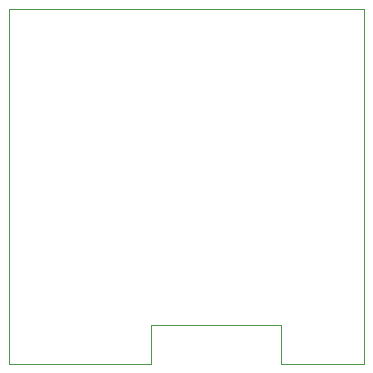
<source format=gbr>
%TF.GenerationSoftware,KiCad,Pcbnew,(7.0.0)*%
%TF.CreationDate,2023-03-11T14:16:37+01:00*%
%TF.ProjectId,AVI_Computer,4156495f-436f-46d7-9075-7465722e6b69,rev?*%
%TF.SameCoordinates,Original*%
%TF.FileFunction,Profile,NP*%
%FSLAX46Y46*%
G04 Gerber Fmt 4.6, Leading zero omitted, Abs format (unit mm)*
G04 Created by KiCad (PCBNEW (7.0.0)) date 2023-03-11 14:16:37*
%MOMM*%
%LPD*%
G01*
G04 APERTURE LIST*
%TA.AperFunction,Profile*%
%ADD10C,0.100000*%
%TD*%
G04 APERTURE END LIST*
D10*
X173250000Y-131750000D02*
X166250000Y-131750000D01*
X166250000Y-128500000D01*
X155250000Y-128500000D01*
X155250000Y-131750000D01*
X143250000Y-131750000D01*
X143250000Y-101750000D01*
X173250000Y-101750000D01*
X173250000Y-131750000D01*
M02*

</source>
